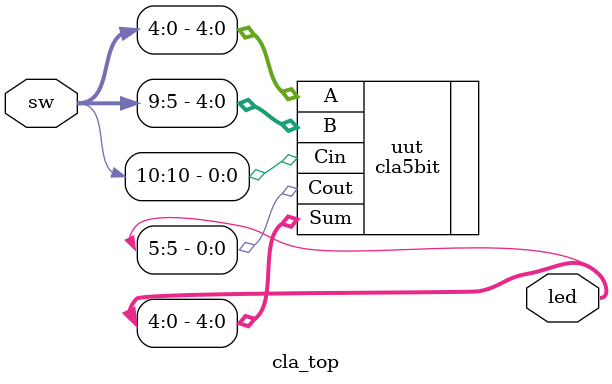
<source format=v>
module cla_top (
    input [10:0] sw,   // We are using 11 switches (0 to 10)
    output [5:0] led   // We are using 6 LEDs (0 to 5)
);

    // Instantiate your 5-bit CLA
    // A uses Switches 0-4
    // B uses Switches 5-9
    // Cin uses Switch 10
    
    cla5bit uut (
        .A(sw[4:0]),       
        .B(sw[9:5]),       
        .Cin(sw[10]),      
        .Sum(led[4:0]),    
        .Cout(led[5])      
    );

endmodule

</source>
